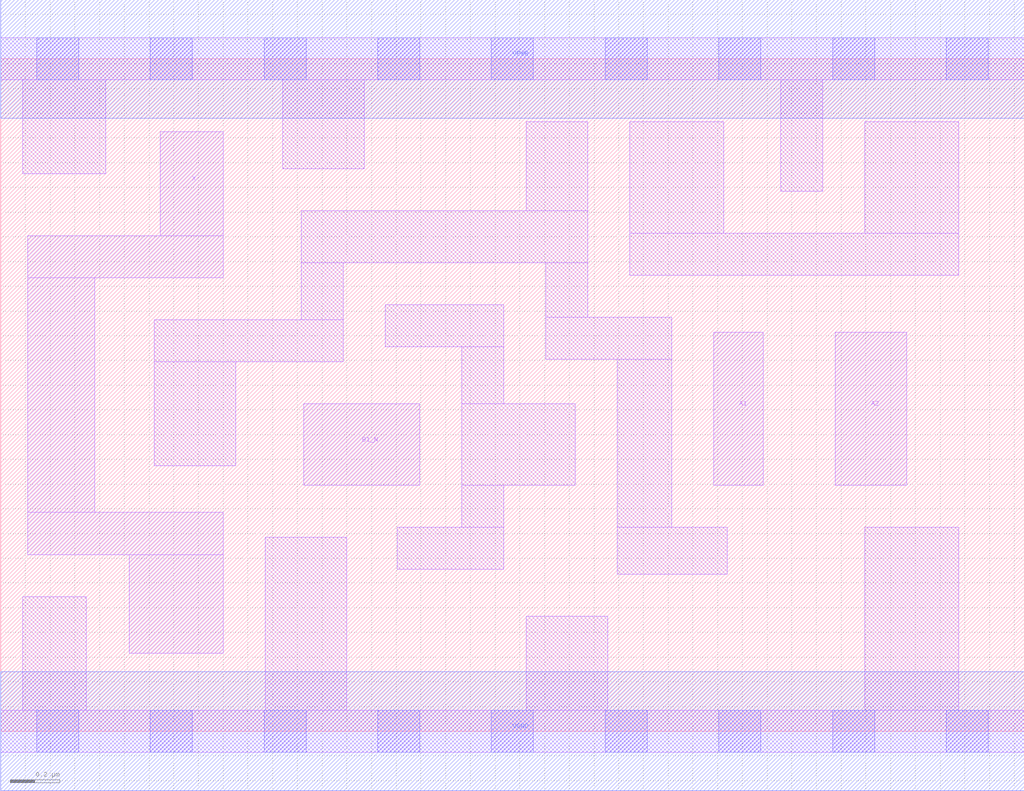
<source format=lef>
# Copyright 2020 The SkyWater PDK Authors
#
# Licensed under the Apache License, Version 2.0 (the "License");
# you may not use this file except in compliance with the License.
# You may obtain a copy of the License at
#
#     https://www.apache.org/licenses/LICENSE-2.0
#
# Unless required by applicable law or agreed to in writing, software
# distributed under the License is distributed on an "AS IS" BASIS,
# WITHOUT WARRANTIES OR CONDITIONS OF ANY KIND, either express or implied.
# See the License for the specific language governing permissions and
# limitations under the License.
#
# SPDX-License-Identifier: Apache-2.0

VERSION 5.7 ;
  NAMESCASESENSITIVE ON ;
  NOWIREEXTENSIONATPIN ON ;
  DIVIDERCHAR "/" ;
  BUSBITCHARS "[]" ;
UNITS
  DATABASE MICRONS 200 ;
END UNITS
PROPERTYDEFINITIONS
  MACRO maskLayoutSubType STRING ;
  MACRO prCellType STRING ;
  MACRO originalViewName STRING ;
END PROPERTYDEFINITIONS
MACRO sky130_fd_sc_hdll__a21bo_2
  CLASS CORE ;
  FOREIGN sky130_fd_sc_hdll__a21bo_2 ;
  ORIGIN  0.000000  0.000000 ;
  SIZE  4.140000 BY  2.720000 ;
  SYMMETRY X Y R90 ;
  SITE unithd ;
  PIN A1
    ANTENNAGATEAREA  0.277500 ;
    DIRECTION INPUT ;
    USE SIGNAL ;
    PORT
      LAYER li1 ;
        RECT 2.885000 0.995000 3.085000 1.615000 ;
    END
  END A1
  PIN A2
    ANTENNAGATEAREA  0.277500 ;
    DIRECTION INPUT ;
    USE SIGNAL ;
    PORT
      LAYER li1 ;
        RECT 3.375000 0.995000 3.665000 1.615000 ;
    END
  END A2
  PIN B1_N
    ANTENNAGATEAREA  0.138600 ;
    DIRECTION INPUT ;
    USE SIGNAL ;
    PORT
      LAYER li1 ;
        RECT 1.225000 0.995000 1.695000 1.325000 ;
    END
  END B1_N
  PIN X
    ANTENNADIFFAREA  0.547000 ;
    DIRECTION OUTPUT ;
    USE SIGNAL ;
    PORT
      LAYER li1 ;
        RECT 0.110000 0.715000 0.900000 0.885000 ;
        RECT 0.110000 0.885000 0.380000 1.835000 ;
        RECT 0.110000 1.835000 0.900000 2.005000 ;
        RECT 0.520000 0.315000 0.900000 0.715000 ;
        RECT 0.645000 2.005000 0.900000 2.425000 ;
    END
  END X
  PIN VGND
    DIRECTION INOUT ;
    USE GROUND ;
    PORT
      LAYER met1 ;
        RECT 0.000000 -0.240000 4.140000 0.240000 ;
    END
  END VGND
  PIN VPWR
    DIRECTION INOUT ;
    USE POWER ;
    PORT
      LAYER met1 ;
        RECT 0.000000 2.480000 4.140000 2.960000 ;
    END
  END VPWR
  OBS
    LAYER li1 ;
      RECT 0.000000 -0.085000 4.140000 0.085000 ;
      RECT 0.000000  2.635000 4.140000 2.805000 ;
      RECT 0.090000  0.085000 0.345000 0.545000 ;
      RECT 0.090000  2.255000 0.425000 2.635000 ;
      RECT 0.620000  1.075000 0.950000 1.495000 ;
      RECT 0.620000  1.495000 1.385000 1.665000 ;
      RECT 1.070000  0.085000 1.400000 0.785000 ;
      RECT 1.140000  2.275000 1.470000 2.635000 ;
      RECT 1.215000  1.665000 1.385000 1.895000 ;
      RECT 1.215000  1.895000 2.375000 2.105000 ;
      RECT 1.555000  1.555000 2.035000 1.725000 ;
      RECT 1.605000  0.655000 2.035000 0.825000 ;
      RECT 1.865000  0.825000 2.035000 0.995000 ;
      RECT 1.865000  0.995000 2.325000 1.325000 ;
      RECT 1.865000  1.325000 2.035000 1.555000 ;
      RECT 2.125000  0.085000 2.455000 0.465000 ;
      RECT 2.125000  2.105000 2.375000 2.465000 ;
      RECT 2.205000  1.505000 2.715000 1.675000 ;
      RECT 2.205000  1.675000 2.375000 1.895000 ;
      RECT 2.495000  0.635000 2.940000 0.825000 ;
      RECT 2.495000  0.825000 2.715000 1.505000 ;
      RECT 2.545000  1.845000 3.875000 2.015000 ;
      RECT 2.545000  2.015000 2.925000 2.465000 ;
      RECT 3.155000  2.185000 3.325000 2.635000 ;
      RECT 3.495000  0.085000 3.875000 0.825000 ;
      RECT 3.495000  2.015000 3.875000 2.465000 ;
    LAYER mcon ;
      RECT 0.145000 -0.085000 0.315000 0.085000 ;
      RECT 0.145000  2.635000 0.315000 2.805000 ;
      RECT 0.605000 -0.085000 0.775000 0.085000 ;
      RECT 0.605000  2.635000 0.775000 2.805000 ;
      RECT 1.065000 -0.085000 1.235000 0.085000 ;
      RECT 1.065000  2.635000 1.235000 2.805000 ;
      RECT 1.525000 -0.085000 1.695000 0.085000 ;
      RECT 1.525000  2.635000 1.695000 2.805000 ;
      RECT 1.985000 -0.085000 2.155000 0.085000 ;
      RECT 1.985000  2.635000 2.155000 2.805000 ;
      RECT 2.445000 -0.085000 2.615000 0.085000 ;
      RECT 2.445000  2.635000 2.615000 2.805000 ;
      RECT 2.905000 -0.085000 3.075000 0.085000 ;
      RECT 2.905000  2.635000 3.075000 2.805000 ;
      RECT 3.365000 -0.085000 3.535000 0.085000 ;
      RECT 3.365000  2.635000 3.535000 2.805000 ;
      RECT 3.825000 -0.085000 3.995000 0.085000 ;
      RECT 3.825000  2.635000 3.995000 2.805000 ;
  END
  PROPERTY maskLayoutSubType "abstract" ;
  PROPERTY prCellType "standard" ;
  PROPERTY originalViewName "layout" ;
END sky130_fd_sc_hdll__a21bo_2

</source>
